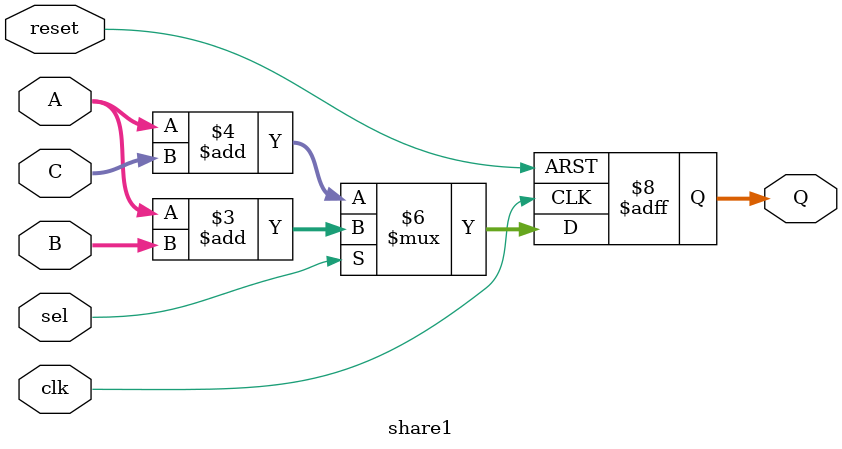
<source format=v>
module share1(clk,reset,sel, A,B,C,Q);
input clk;
input reset;
input sel;
input [7:0] A,B,C;
output reg [7:0] Q;

always@(posedge clk or posedge reset) 
begin
if(reset==1'b1)
    Q<=8'h0;
else begin
    if(sel)
        Q <= A+B;
    else Q <= A+C;
end
end
endmodule


</source>
